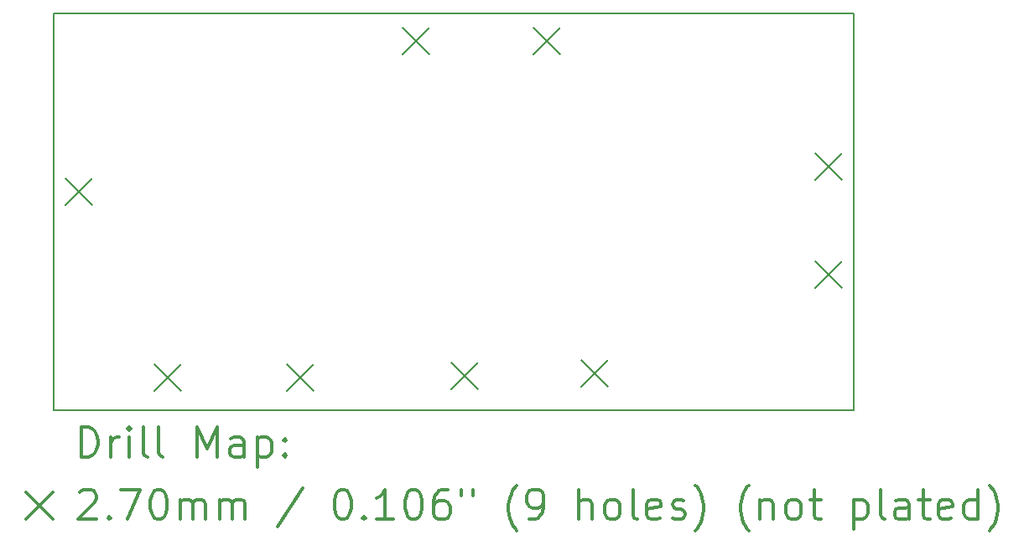
<source format=gbr>
%FSLAX45Y45*%
G04 Gerber Fmt 4.5, Leading zero omitted, Abs format (unit mm)*
G04 Created by KiCad (PCBNEW no-vcs-found-7571~57~ubuntu16.04.1) date Thu Feb  2 21:17:22 2017*
%MOMM*%
%LPD*%
G01*
G04 APERTURE LIST*
%ADD10C,0.127000*%
%ADD11C,0.150000*%
%ADD12C,0.200000*%
%ADD13C,0.300000*%
G04 APERTURE END LIST*
D10*
D11*
X8102600Y25400D02*
X8102600Y4038600D01*
X25400Y25400D02*
X25400Y4038600D01*
X25400Y4038600D02*
X8102600Y4038600D01*
X25400Y25400D02*
X8102600Y25400D01*
D12*
X144400Y2370200D02*
X414400Y2100200D01*
X414400Y2370200D02*
X144400Y2100200D01*
X1046100Y490600D02*
X1316100Y220600D01*
X1316100Y490600D02*
X1046100Y220600D01*
X2379600Y490600D02*
X2649600Y220600D01*
X2649600Y490600D02*
X2379600Y220600D01*
X3548000Y3894200D02*
X3818000Y3624200D01*
X3818000Y3894200D02*
X3548000Y3624200D01*
X4045840Y503300D02*
X4315840Y233300D01*
X4315840Y503300D02*
X4045840Y233300D01*
X4868800Y3894200D02*
X5138800Y3624200D01*
X5138800Y3894200D02*
X4868800Y3624200D01*
X5356480Y533780D02*
X5626480Y263780D01*
X5626480Y533780D02*
X5356480Y263780D01*
X7713600Y2624200D02*
X7983600Y2354200D01*
X7983600Y2624200D02*
X7713600Y2354200D01*
X7713600Y1532000D02*
X7983600Y1262000D01*
X7983600Y1532000D02*
X7713600Y1262000D01*
D13*
X304328Y-447814D02*
X304328Y-147814D01*
X375757Y-147814D01*
X418614Y-162100D01*
X447186Y-190671D01*
X461471Y-219243D01*
X475757Y-276386D01*
X475757Y-319243D01*
X461471Y-376386D01*
X447186Y-404957D01*
X418614Y-433529D01*
X375757Y-447814D01*
X304328Y-447814D01*
X604328Y-447814D02*
X604328Y-247814D01*
X604328Y-304957D02*
X618614Y-276386D01*
X632900Y-262100D01*
X661471Y-247814D01*
X690043Y-247814D01*
X790043Y-447814D02*
X790043Y-247814D01*
X790043Y-147814D02*
X775757Y-162100D01*
X790043Y-176386D01*
X804328Y-162100D01*
X790043Y-147814D01*
X790043Y-176386D01*
X975757Y-447814D02*
X947186Y-433529D01*
X932900Y-404957D01*
X932900Y-147814D01*
X1132900Y-447814D02*
X1104328Y-433529D01*
X1090043Y-404957D01*
X1090043Y-147814D01*
X1475757Y-447814D02*
X1475757Y-147814D01*
X1575757Y-362100D01*
X1675757Y-147814D01*
X1675757Y-447814D01*
X1947186Y-447814D02*
X1947186Y-290672D01*
X1932900Y-262100D01*
X1904328Y-247814D01*
X1847186Y-247814D01*
X1818614Y-262100D01*
X1947186Y-433529D02*
X1918614Y-447814D01*
X1847186Y-447814D01*
X1818614Y-433529D01*
X1804328Y-404957D01*
X1804328Y-376386D01*
X1818614Y-347814D01*
X1847186Y-333529D01*
X1918614Y-333529D01*
X1947186Y-319243D01*
X2090043Y-247814D02*
X2090043Y-547814D01*
X2090043Y-262100D02*
X2118614Y-247814D01*
X2175757Y-247814D01*
X2204328Y-262100D01*
X2218614Y-276386D01*
X2232900Y-304957D01*
X2232900Y-390671D01*
X2218614Y-419243D01*
X2204328Y-433529D01*
X2175757Y-447814D01*
X2118614Y-447814D01*
X2090043Y-433529D01*
X2361471Y-419243D02*
X2375757Y-433529D01*
X2361471Y-447814D01*
X2347186Y-433529D01*
X2361471Y-419243D01*
X2361471Y-447814D01*
X2361471Y-262100D02*
X2375757Y-276386D01*
X2361471Y-290672D01*
X2347186Y-276386D01*
X2361471Y-262100D01*
X2361471Y-290672D01*
X-252100Y-807100D02*
X17900Y-1077100D01*
X17900Y-807100D02*
X-252100Y-1077100D01*
X290043Y-806386D02*
X304328Y-792100D01*
X332900Y-777814D01*
X404328Y-777814D01*
X432900Y-792100D01*
X447186Y-806386D01*
X461471Y-834957D01*
X461471Y-863529D01*
X447186Y-906386D01*
X275757Y-1077814D01*
X461471Y-1077814D01*
X590043Y-1049243D02*
X604328Y-1063529D01*
X590043Y-1077814D01*
X575757Y-1063529D01*
X590043Y-1049243D01*
X590043Y-1077814D01*
X704328Y-777814D02*
X904328Y-777814D01*
X775757Y-1077814D01*
X1075757Y-777814D02*
X1104328Y-777814D01*
X1132900Y-792100D01*
X1147186Y-806386D01*
X1161471Y-834957D01*
X1175757Y-892100D01*
X1175757Y-963529D01*
X1161471Y-1020671D01*
X1147186Y-1049243D01*
X1132900Y-1063529D01*
X1104328Y-1077814D01*
X1075757Y-1077814D01*
X1047186Y-1063529D01*
X1032900Y-1049243D01*
X1018614Y-1020671D01*
X1004328Y-963529D01*
X1004328Y-892100D01*
X1018614Y-834957D01*
X1032900Y-806386D01*
X1047186Y-792100D01*
X1075757Y-777814D01*
X1304328Y-1077814D02*
X1304328Y-877814D01*
X1304328Y-906386D02*
X1318614Y-892100D01*
X1347186Y-877814D01*
X1390043Y-877814D01*
X1418614Y-892100D01*
X1432900Y-920671D01*
X1432900Y-1077814D01*
X1432900Y-920671D02*
X1447186Y-892100D01*
X1475757Y-877814D01*
X1518614Y-877814D01*
X1547186Y-892100D01*
X1561471Y-920671D01*
X1561471Y-1077814D01*
X1704328Y-1077814D02*
X1704328Y-877814D01*
X1704328Y-906386D02*
X1718614Y-892100D01*
X1747186Y-877814D01*
X1790043Y-877814D01*
X1818614Y-892100D01*
X1832900Y-920671D01*
X1832900Y-1077814D01*
X1832900Y-920671D02*
X1847186Y-892100D01*
X1875757Y-877814D01*
X1918614Y-877814D01*
X1947186Y-892100D01*
X1961471Y-920671D01*
X1961471Y-1077814D01*
X2547186Y-763529D02*
X2290043Y-1149243D01*
X2932900Y-777814D02*
X2961471Y-777814D01*
X2990043Y-792100D01*
X3004328Y-806386D01*
X3018614Y-834957D01*
X3032900Y-892100D01*
X3032900Y-963529D01*
X3018614Y-1020671D01*
X3004328Y-1049243D01*
X2990043Y-1063529D01*
X2961471Y-1077814D01*
X2932900Y-1077814D01*
X2904328Y-1063529D01*
X2890043Y-1049243D01*
X2875757Y-1020671D01*
X2861471Y-963529D01*
X2861471Y-892100D01*
X2875757Y-834957D01*
X2890043Y-806386D01*
X2904328Y-792100D01*
X2932900Y-777814D01*
X3161471Y-1049243D02*
X3175757Y-1063529D01*
X3161471Y-1077814D01*
X3147186Y-1063529D01*
X3161471Y-1049243D01*
X3161471Y-1077814D01*
X3461471Y-1077814D02*
X3290043Y-1077814D01*
X3375757Y-1077814D02*
X3375757Y-777814D01*
X3347186Y-820671D01*
X3318614Y-849243D01*
X3290043Y-863529D01*
X3647186Y-777814D02*
X3675757Y-777814D01*
X3704328Y-792100D01*
X3718614Y-806386D01*
X3732900Y-834957D01*
X3747186Y-892100D01*
X3747186Y-963529D01*
X3732900Y-1020671D01*
X3718614Y-1049243D01*
X3704328Y-1063529D01*
X3675757Y-1077814D01*
X3647186Y-1077814D01*
X3618614Y-1063529D01*
X3604328Y-1049243D01*
X3590043Y-1020671D01*
X3575757Y-963529D01*
X3575757Y-892100D01*
X3590043Y-834957D01*
X3604328Y-806386D01*
X3618614Y-792100D01*
X3647186Y-777814D01*
X4004328Y-777814D02*
X3947186Y-777814D01*
X3918614Y-792100D01*
X3904328Y-806386D01*
X3875757Y-849243D01*
X3861471Y-906386D01*
X3861471Y-1020671D01*
X3875757Y-1049243D01*
X3890043Y-1063529D01*
X3918614Y-1077814D01*
X3975757Y-1077814D01*
X4004328Y-1063529D01*
X4018614Y-1049243D01*
X4032900Y-1020671D01*
X4032900Y-949243D01*
X4018614Y-920671D01*
X4004328Y-906386D01*
X3975757Y-892100D01*
X3918614Y-892100D01*
X3890043Y-906386D01*
X3875757Y-920671D01*
X3861471Y-949243D01*
X4147186Y-777814D02*
X4147186Y-834957D01*
X4261471Y-777814D02*
X4261471Y-834957D01*
X4704328Y-1192100D02*
X4690043Y-1177814D01*
X4661471Y-1134957D01*
X4647186Y-1106386D01*
X4632900Y-1063529D01*
X4618614Y-992100D01*
X4618614Y-934957D01*
X4632900Y-863529D01*
X4647186Y-820671D01*
X4661471Y-792100D01*
X4690043Y-749243D01*
X4704328Y-734957D01*
X4832900Y-1077814D02*
X4890043Y-1077814D01*
X4918614Y-1063529D01*
X4932900Y-1049243D01*
X4961471Y-1006386D01*
X4975757Y-949243D01*
X4975757Y-834957D01*
X4961471Y-806386D01*
X4947186Y-792100D01*
X4918614Y-777814D01*
X4861471Y-777814D01*
X4832900Y-792100D01*
X4818614Y-806386D01*
X4804328Y-834957D01*
X4804328Y-906386D01*
X4818614Y-934957D01*
X4832900Y-949243D01*
X4861471Y-963529D01*
X4918614Y-963529D01*
X4947186Y-949243D01*
X4961471Y-934957D01*
X4975757Y-906386D01*
X5332900Y-1077814D02*
X5332900Y-777814D01*
X5461471Y-1077814D02*
X5461471Y-920671D01*
X5447186Y-892100D01*
X5418614Y-877814D01*
X5375757Y-877814D01*
X5347186Y-892100D01*
X5332900Y-906386D01*
X5647186Y-1077814D02*
X5618614Y-1063529D01*
X5604328Y-1049243D01*
X5590043Y-1020671D01*
X5590043Y-934957D01*
X5604328Y-906386D01*
X5618614Y-892100D01*
X5647186Y-877814D01*
X5690043Y-877814D01*
X5718614Y-892100D01*
X5732900Y-906386D01*
X5747186Y-934957D01*
X5747186Y-1020671D01*
X5732900Y-1049243D01*
X5718614Y-1063529D01*
X5690043Y-1077814D01*
X5647186Y-1077814D01*
X5918614Y-1077814D02*
X5890043Y-1063529D01*
X5875757Y-1034957D01*
X5875757Y-777814D01*
X6147186Y-1063529D02*
X6118614Y-1077814D01*
X6061471Y-1077814D01*
X6032900Y-1063529D01*
X6018614Y-1034957D01*
X6018614Y-920671D01*
X6032900Y-892100D01*
X6061471Y-877814D01*
X6118614Y-877814D01*
X6147186Y-892100D01*
X6161471Y-920671D01*
X6161471Y-949243D01*
X6018614Y-977814D01*
X6275757Y-1063529D02*
X6304328Y-1077814D01*
X6361471Y-1077814D01*
X6390043Y-1063529D01*
X6404328Y-1034957D01*
X6404328Y-1020671D01*
X6390043Y-992100D01*
X6361471Y-977814D01*
X6318614Y-977814D01*
X6290043Y-963529D01*
X6275757Y-934957D01*
X6275757Y-920671D01*
X6290043Y-892100D01*
X6318614Y-877814D01*
X6361471Y-877814D01*
X6390043Y-892100D01*
X6504328Y-1192100D02*
X6518614Y-1177814D01*
X6547186Y-1134957D01*
X6561471Y-1106386D01*
X6575757Y-1063529D01*
X6590043Y-992100D01*
X6590043Y-934957D01*
X6575757Y-863529D01*
X6561471Y-820671D01*
X6547186Y-792100D01*
X6518614Y-749243D01*
X6504328Y-734957D01*
X7047186Y-1192100D02*
X7032900Y-1177814D01*
X7004328Y-1134957D01*
X6990043Y-1106386D01*
X6975757Y-1063529D01*
X6961471Y-992100D01*
X6961471Y-934957D01*
X6975757Y-863529D01*
X6990043Y-820671D01*
X7004328Y-792100D01*
X7032900Y-749243D01*
X7047186Y-734957D01*
X7161471Y-877814D02*
X7161471Y-1077814D01*
X7161471Y-906386D02*
X7175757Y-892100D01*
X7204328Y-877814D01*
X7247186Y-877814D01*
X7275757Y-892100D01*
X7290043Y-920671D01*
X7290043Y-1077814D01*
X7475757Y-1077814D02*
X7447186Y-1063529D01*
X7432900Y-1049243D01*
X7418614Y-1020671D01*
X7418614Y-934957D01*
X7432900Y-906386D01*
X7447186Y-892100D01*
X7475757Y-877814D01*
X7518614Y-877814D01*
X7547186Y-892100D01*
X7561471Y-906386D01*
X7575757Y-934957D01*
X7575757Y-1020671D01*
X7561471Y-1049243D01*
X7547186Y-1063529D01*
X7518614Y-1077814D01*
X7475757Y-1077814D01*
X7661471Y-877814D02*
X7775757Y-877814D01*
X7704328Y-777814D02*
X7704328Y-1034957D01*
X7718614Y-1063529D01*
X7747186Y-1077814D01*
X7775757Y-1077814D01*
X8104328Y-877814D02*
X8104328Y-1177814D01*
X8104328Y-892100D02*
X8132900Y-877814D01*
X8190043Y-877814D01*
X8218614Y-892100D01*
X8232900Y-906386D01*
X8247186Y-934957D01*
X8247186Y-1020671D01*
X8232900Y-1049243D01*
X8218614Y-1063529D01*
X8190043Y-1077814D01*
X8132900Y-1077814D01*
X8104328Y-1063529D01*
X8418614Y-1077814D02*
X8390043Y-1063529D01*
X8375757Y-1034957D01*
X8375757Y-777814D01*
X8661471Y-1077814D02*
X8661471Y-920671D01*
X8647186Y-892100D01*
X8618614Y-877814D01*
X8561471Y-877814D01*
X8532900Y-892100D01*
X8661471Y-1063529D02*
X8632900Y-1077814D01*
X8561471Y-1077814D01*
X8532900Y-1063529D01*
X8518614Y-1034957D01*
X8518614Y-1006386D01*
X8532900Y-977814D01*
X8561471Y-963529D01*
X8632900Y-963529D01*
X8661471Y-949243D01*
X8761471Y-877814D02*
X8875757Y-877814D01*
X8804328Y-777814D02*
X8804328Y-1034957D01*
X8818614Y-1063529D01*
X8847186Y-1077814D01*
X8875757Y-1077814D01*
X9090043Y-1063529D02*
X9061471Y-1077814D01*
X9004328Y-1077814D01*
X8975757Y-1063529D01*
X8961471Y-1034957D01*
X8961471Y-920671D01*
X8975757Y-892100D01*
X9004328Y-877814D01*
X9061471Y-877814D01*
X9090043Y-892100D01*
X9104328Y-920671D01*
X9104328Y-949243D01*
X8961471Y-977814D01*
X9361471Y-1077814D02*
X9361471Y-777814D01*
X9361471Y-1063529D02*
X9332900Y-1077814D01*
X9275757Y-1077814D01*
X9247186Y-1063529D01*
X9232900Y-1049243D01*
X9218614Y-1020671D01*
X9218614Y-934957D01*
X9232900Y-906386D01*
X9247186Y-892100D01*
X9275757Y-877814D01*
X9332900Y-877814D01*
X9361471Y-892100D01*
X9475757Y-1192100D02*
X9490043Y-1177814D01*
X9518614Y-1134957D01*
X9532900Y-1106386D01*
X9547186Y-1063529D01*
X9561471Y-992100D01*
X9561471Y-934957D01*
X9547186Y-863529D01*
X9532900Y-820671D01*
X9518614Y-792100D01*
X9490043Y-749243D01*
X9475757Y-734957D01*
M02*

</source>
